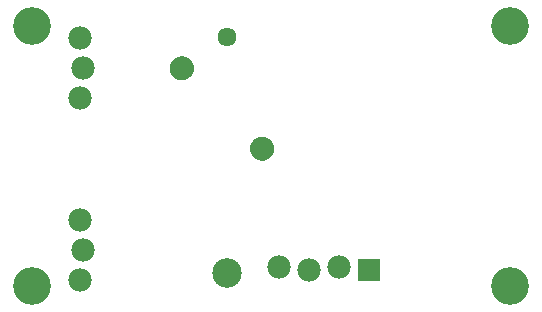
<source format=gbs>
G75*
%MOIN*%
%OFA0B0*%
%FSLAX24Y24*%
%IPPOS*%
%LPD*%
%AMOC8*
5,1,8,0,0,1.08239X$1,22.5*
%
%ADD10C,0.1260*%
%ADD11C,0.0400*%
%ADD12C,0.0634*%
%ADD13C,0.0985*%
%ADD14C,0.0780*%
%ADD15R,0.0780X0.0780*%
D10*
X001089Y001204D03*
X017034Y001204D03*
X017034Y009865D03*
X001089Y009865D03*
D11*
X005892Y008448D02*
X005894Y008475D01*
X005900Y008502D01*
X005909Y008528D01*
X005922Y008552D01*
X005938Y008575D01*
X005957Y008594D01*
X005979Y008611D01*
X006003Y008625D01*
X006028Y008635D01*
X006055Y008642D01*
X006082Y008645D01*
X006110Y008644D01*
X006137Y008639D01*
X006163Y008631D01*
X006187Y008619D01*
X006210Y008603D01*
X006231Y008585D01*
X006248Y008564D01*
X006263Y008540D01*
X006274Y008515D01*
X006282Y008489D01*
X006286Y008462D01*
X006286Y008434D01*
X006282Y008407D01*
X006274Y008381D01*
X006263Y008356D01*
X006248Y008332D01*
X006231Y008311D01*
X006210Y008293D01*
X006188Y008277D01*
X006163Y008265D01*
X006137Y008257D01*
X006110Y008252D01*
X006082Y008251D01*
X006055Y008254D01*
X006028Y008261D01*
X006003Y008271D01*
X005979Y008285D01*
X005957Y008302D01*
X005938Y008321D01*
X005922Y008344D01*
X005909Y008368D01*
X005900Y008394D01*
X005894Y008421D01*
X005892Y008448D01*
X008569Y005771D02*
X008571Y005798D01*
X008577Y005825D01*
X008586Y005851D01*
X008599Y005875D01*
X008615Y005898D01*
X008634Y005917D01*
X008656Y005934D01*
X008680Y005948D01*
X008705Y005958D01*
X008732Y005965D01*
X008759Y005968D01*
X008787Y005967D01*
X008814Y005962D01*
X008840Y005954D01*
X008864Y005942D01*
X008887Y005926D01*
X008908Y005908D01*
X008925Y005887D01*
X008940Y005863D01*
X008951Y005838D01*
X008959Y005812D01*
X008963Y005785D01*
X008963Y005757D01*
X008959Y005730D01*
X008951Y005704D01*
X008940Y005679D01*
X008925Y005655D01*
X008908Y005634D01*
X008887Y005616D01*
X008865Y005600D01*
X008840Y005588D01*
X008814Y005580D01*
X008787Y005575D01*
X008759Y005574D01*
X008732Y005577D01*
X008705Y005584D01*
X008680Y005594D01*
X008656Y005608D01*
X008634Y005625D01*
X008615Y005644D01*
X008599Y005667D01*
X008586Y005691D01*
X008577Y005717D01*
X008571Y005744D01*
X008569Y005771D01*
D12*
X007592Y009481D03*
D13*
X007592Y001611D03*
D14*
X009321Y001828D03*
X010321Y001728D03*
X011321Y001828D03*
X002797Y002400D03*
X002697Y001400D03*
X002697Y003400D03*
X002693Y007463D03*
X002793Y008463D03*
X002693Y009463D03*
D15*
X012321Y001728D03*
M02*

</source>
